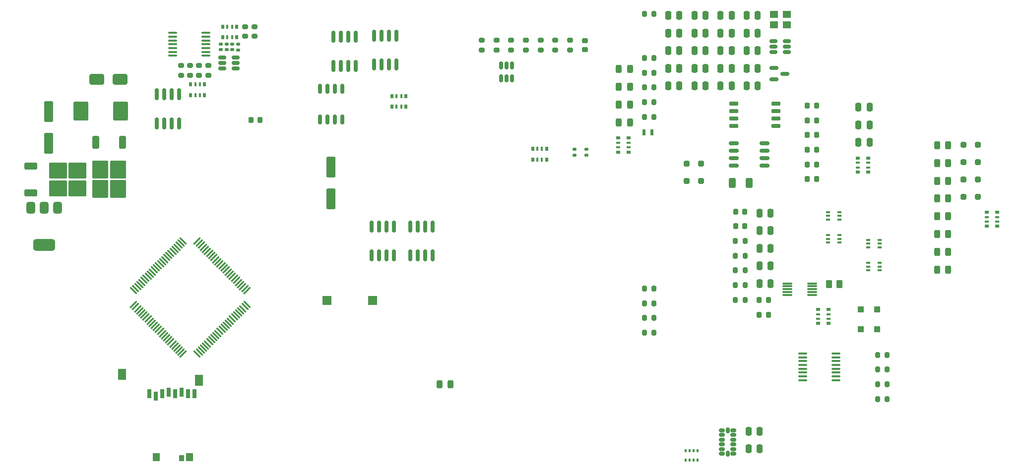
<source format=gbr>
%TF.GenerationSoftware,KiCad,Pcbnew,8.99.0-unknown-1.20241209git10cd458.fc40*%
%TF.CreationDate,2024-12-12T00:34:18-03:00*%
%TF.ProjectId,hw_v1,68775f76-312e-46b6-9963-61645f706362,rev?*%
%TF.SameCoordinates,Original*%
%TF.FileFunction,Paste,Top*%
%TF.FilePolarity,Positive*%
%FSLAX46Y46*%
G04 Gerber Fmt 4.6, Leading zero omitted, Abs format (unit mm)*
G04 Created by KiCad (PCBNEW 8.99.0-unknown-1.20241209git10cd458.fc40) date 2024-12-12 00:34:18*
%MOMM*%
%LPD*%
G01*
G04 APERTURE LIST*
G04 Aperture macros list*
%AMRoundRect*
0 Rectangle with rounded corners*
0 $1 Rounding radius*
0 $2 $3 $4 $5 $6 $7 $8 $9 X,Y pos of 4 corners*
0 Add a 4 corners polygon primitive as box body*
4,1,4,$2,$3,$4,$5,$6,$7,$8,$9,$2,$3,0*
0 Add four circle primitives for the rounded corners*
1,1,$1+$1,$2,$3*
1,1,$1+$1,$4,$5*
1,1,$1+$1,$6,$7*
1,1,$1+$1,$8,$9*
0 Add four rect primitives between the rounded corners*
20,1,$1+$1,$2,$3,$4,$5,0*
20,1,$1+$1,$4,$5,$6,$7,0*
20,1,$1+$1,$6,$7,$8,$9,0*
20,1,$1+$1,$8,$9,$2,$3,0*%
G04 Aperture macros list end*
%ADD10RoundRect,0.150000X0.150000X-0.825000X0.150000X0.825000X-0.150000X0.825000X-0.150000X-0.825000X0*%
%ADD11RoundRect,0.250000X-1.000000X1.400000X-1.000000X-1.400000X1.000000X-1.400000X1.000000X1.400000X0*%
%ADD12RoundRect,0.250000X-0.250000X-0.250000X0.250000X-0.250000X0.250000X0.250000X-0.250000X0.250000X0*%
%ADD13RoundRect,0.087500X-0.725000X-0.087500X0.725000X-0.087500X0.725000X0.087500X-0.725000X0.087500X0*%
%ADD14RoundRect,0.243750X-0.243750X-0.456250X0.243750X-0.456250X0.243750X0.456250X-0.243750X0.456250X0*%
%ADD15RoundRect,0.200000X-0.200000X-0.275000X0.200000X-0.275000X0.200000X0.275000X-0.200000X0.275000X0*%
%ADD16RoundRect,0.140000X-0.170000X0.140000X-0.170000X-0.140000X0.170000X-0.140000X0.170000X0.140000X0*%
%ADD17RoundRect,0.250000X-0.250000X-0.475000X0.250000X-0.475000X0.250000X0.475000X-0.250000X0.475000X0*%
%ADD18RoundRect,0.225000X-0.225000X-0.250000X0.225000X-0.250000X0.225000X0.250000X-0.225000X0.250000X0*%
%ADD19R,0.800000X0.500000*%
%ADD20R,0.800000X0.400000*%
%ADD21RoundRect,0.150000X-0.587500X-0.150000X0.587500X-0.150000X0.587500X0.150000X-0.587500X0.150000X0*%
%ADD22R,0.500000X0.800000*%
%ADD23R,0.400000X0.800000*%
%ADD24RoundRect,0.150000X-0.150000X0.512500X-0.150000X-0.512500X0.150000X-0.512500X0.150000X0.512500X0*%
%ADD25RoundRect,0.250000X-0.850000X-0.350000X0.850000X-0.350000X0.850000X0.350000X-0.850000X0.350000X0*%
%ADD26RoundRect,0.250000X-1.275000X-1.125000X1.275000X-1.125000X1.275000X1.125000X-1.275000X1.125000X0*%
%ADD27RoundRect,0.100000X-0.637500X-0.100000X0.637500X-0.100000X0.637500X0.100000X-0.637500X0.100000X0*%
%ADD28RoundRect,0.200000X-0.275000X0.200000X-0.275000X-0.200000X0.275000X-0.200000X0.275000X0.200000X0*%
%ADD29RoundRect,0.375000X-0.375000X0.625000X-0.375000X-0.625000X0.375000X-0.625000X0.375000X0.625000X0*%
%ADD30RoundRect,0.500000X-1.400000X0.500000X-1.400000X-0.500000X1.400000X-0.500000X1.400000X0.500000X0*%
%ADD31RoundRect,0.200000X0.275000X-0.200000X0.275000X0.200000X-0.275000X0.200000X-0.275000X-0.200000X0*%
%ADD32RoundRect,0.218750X-0.218750X-0.256250X0.218750X-0.256250X0.218750X0.256250X-0.218750X0.256250X0*%
%ADD33RoundRect,0.150000X0.512500X0.150000X-0.512500X0.150000X-0.512500X-0.150000X0.512500X-0.150000X0*%
%ADD34RoundRect,0.250000X-0.300000X-0.300000X0.300000X-0.300000X0.300000X0.300000X-0.300000X0.300000X0*%
%ADD35RoundRect,0.150000X-0.675000X-0.150000X0.675000X-0.150000X0.675000X0.150000X-0.675000X0.150000X0*%
%ADD36RoundRect,0.150000X-0.650000X-0.150000X0.650000X-0.150000X0.650000X0.150000X-0.650000X0.150000X0*%
%ADD37R,0.600000X1.100000*%
%ADD38RoundRect,0.250000X-0.350000X0.850000X-0.350000X-0.850000X0.350000X-0.850000X0.350000X0.850000X0*%
%ADD39RoundRect,0.250000X-1.125000X1.275000X-1.125000X-1.275000X1.125000X-1.275000X1.125000X1.275000X0*%
%ADD40RoundRect,0.250000X-0.550000X1.500000X-0.550000X-1.500000X0.550000X-1.500000X0.550000X1.500000X0*%
%ADD41RoundRect,0.150000X-0.512500X-0.150000X0.512500X-0.150000X0.512500X0.150000X-0.512500X0.150000X0*%
%ADD42RoundRect,0.250000X-0.262500X-0.450000X0.262500X-0.450000X0.262500X0.450000X-0.262500X0.450000X0*%
%ADD43R,0.350000X0.500000*%
%ADD44RoundRect,0.100000X-0.225000X-0.100000X0.225000X-0.100000X0.225000X0.100000X-0.225000X0.100000X0*%
%ADD45RoundRect,0.225000X0.225000X0.250000X-0.225000X0.250000X-0.225000X-0.250000X0.225000X-0.250000X0*%
%ADD46RoundRect,0.250000X-1.000000X-0.650000X1.000000X-0.650000X1.000000X0.650000X-1.000000X0.650000X0*%
%ADD47RoundRect,0.150000X-0.325000X-0.150000X0.325000X-0.150000X0.325000X0.150000X-0.325000X0.150000X0*%
%ADD48RoundRect,0.150000X-0.150000X-0.325000X0.150000X-0.325000X0.150000X0.325000X-0.150000X0.325000X0*%
%ADD49RoundRect,0.225000X-0.250000X0.225000X-0.250000X-0.225000X0.250000X-0.225000X0.250000X0.225000X0*%
%ADD50RoundRect,0.075000X-0.565685X0.459619X0.459619X-0.565685X0.565685X-0.459619X-0.459619X0.565685X0*%
%ADD51RoundRect,0.075000X-0.565685X-0.459619X-0.459619X-0.565685X0.565685X0.459619X0.459619X0.565685X0*%
%ADD52RoundRect,0.150000X0.150000X-0.675000X0.150000X0.675000X-0.150000X0.675000X-0.150000X-0.675000X0*%
%ADD53R,0.800000X1.500000*%
%ADD54R,1.300000X1.400000*%
%ADD55R,1.400000X1.900000*%
%ADD56R,0.950000X1.000000*%
%ADD57R,1.400000X1.200000*%
%ADD58RoundRect,0.250000X-0.312500X-0.625000X0.312500X-0.625000X0.312500X0.625000X-0.312500X0.625000X0*%
%ADD59RoundRect,0.250000X0.550000X-1.500000X0.550000X1.500000X-0.550000X1.500000X-0.550000X-1.500000X0*%
%ADD60R,1.500000X1.500000*%
G04 APERTURE END LIST*
D10*
%TO.C,U2*%
X129463029Y-65465554D03*
X130733029Y-65465554D03*
X132003029Y-65465554D03*
X133273029Y-65465554D03*
X133273029Y-70415554D03*
X132003029Y-70415554D03*
X130733029Y-70415554D03*
X129463029Y-70415554D03*
%TD*%
D11*
%TO.C,D37*%
X86325000Y-78175000D03*
X93125000Y-78175000D03*
%TD*%
D12*
%TO.C,D19*%
X189705000Y-90075000D03*
X192205000Y-90075000D03*
%TD*%
D13*
%TO.C,U1*%
X206917500Y-107575000D03*
X206917500Y-108075000D03*
X206917500Y-108575000D03*
X206917500Y-109075000D03*
X206917500Y-109575000D03*
X211142500Y-109575000D03*
X211142500Y-109075000D03*
X211142500Y-108575000D03*
X211142500Y-108075000D03*
X211142500Y-107575000D03*
%TD*%
D14*
%TO.C,D24*%
X178182500Y-73980000D03*
X180057500Y-73980000D03*
%TD*%
D15*
%TO.C,R42*%
X182505000Y-74105000D03*
X184155000Y-74105000D03*
%TD*%
D16*
%TO.C,C64*%
X172615000Y-84692500D03*
X172615000Y-85652500D03*
%TD*%
D17*
%TO.C,C33*%
X191060000Y-64815000D03*
X192960000Y-64815000D03*
%TD*%
D14*
%TO.C,D23*%
X178182500Y-70940000D03*
X180057500Y-70940000D03*
%TD*%
D18*
%TO.C,C3*%
X198095000Y-95305000D03*
X199645000Y-95305000D03*
%TD*%
D19*
%TO.C,RN2*%
X240950000Y-95425000D03*
D20*
X240950000Y-96225000D03*
X240950000Y-97025000D03*
D19*
X240950000Y-97825000D03*
X242750000Y-97825000D03*
D20*
X242750000Y-97025000D03*
X242750000Y-96225000D03*
D19*
X242750000Y-95425000D03*
%TD*%
D21*
%TO.C,U16*%
X204642500Y-70820000D03*
X204642500Y-72720000D03*
X206517500Y-71770000D03*
%TD*%
D14*
%TO.C,D7*%
X232482500Y-96130000D03*
X234357500Y-96130000D03*
%TD*%
D16*
%TO.C,C66*%
X170645000Y-84692500D03*
X170645000Y-85652500D03*
%TD*%
D14*
%TO.C,D25*%
X178182500Y-77020000D03*
X180057500Y-77020000D03*
%TD*%
D17*
%TO.C,C34*%
X191060000Y-67825000D03*
X192960000Y-67825000D03*
%TD*%
D16*
%TO.C,C19*%
X113177885Y-66732868D03*
X113177885Y-67692868D03*
%TD*%
D10*
%TO.C,U3*%
X136420000Y-70225000D03*
X137690000Y-70225000D03*
X138960000Y-70225000D03*
X140230000Y-70225000D03*
X140230000Y-65275000D03*
X138960000Y-65275000D03*
X137690000Y-65275000D03*
X136420000Y-65275000D03*
%TD*%
D14*
%TO.C,D4*%
X232482500Y-90050000D03*
X234357500Y-90050000D03*
%TD*%
D17*
%TO.C,C46*%
X199960000Y-73845000D03*
X201860000Y-73845000D03*
%TD*%
D12*
%TO.C,D18*%
X189705000Y-87125000D03*
X192205000Y-87125000D03*
%TD*%
D22*
%TO.C,RN4*%
X112948793Y-63720123D03*
D23*
X112148793Y-63720123D03*
X111348793Y-63720123D03*
D22*
X110548793Y-63720123D03*
X110548793Y-65520123D03*
D23*
X111348793Y-65520123D03*
X112148793Y-65520123D03*
D22*
X112948793Y-65520123D03*
%TD*%
D14*
%TO.C,D9*%
X232482500Y-99170000D03*
X234357500Y-99170000D03*
%TD*%
D24*
%TO.C,D16*%
X159950000Y-70325000D03*
X159000000Y-70325000D03*
X158050000Y-70325000D03*
X158050000Y-72600000D03*
X159000000Y-72600000D03*
X159950000Y-72600000D03*
%TD*%
D17*
%TO.C,C39*%
X195510000Y-67825000D03*
X197410000Y-67825000D03*
%TD*%
D14*
%TO.C,D1*%
X232482500Y-83970000D03*
X234357500Y-83970000D03*
%TD*%
D12*
%TO.C,D11*%
X236945000Y-92775000D03*
X239445000Y-92775000D03*
%TD*%
D15*
%TO.C,R38*%
X182505000Y-71595000D03*
X184155000Y-71595000D03*
%TD*%
D17*
%TO.C,C5*%
X202150000Y-101575000D03*
X204050000Y-101575000D03*
%TD*%
%TO.C,C26*%
X186610000Y-64815000D03*
X188510000Y-64815000D03*
%TD*%
D15*
%TO.C,R3*%
X198045000Y-105345000D03*
X199695000Y-105345000D03*
%TD*%
D25*
%TO.C,U19*%
X77825000Y-87520000D03*
D26*
X82450000Y-88275000D03*
X82450000Y-91325000D03*
X85800000Y-88275000D03*
X85800000Y-91325000D03*
D25*
X77825000Y-92080000D03*
%TD*%
D17*
%TO.C,C30*%
X186610000Y-70835000D03*
X188510000Y-70835000D03*
%TD*%
D15*
%TO.C,R5*%
X182505000Y-108465000D03*
X184155000Y-108465000D03*
%TD*%
D27*
%TO.C,U5*%
X209537500Y-119535000D03*
X209537500Y-120185000D03*
X209537500Y-120835000D03*
X209537500Y-121485000D03*
X209537500Y-122135000D03*
X209537500Y-122785000D03*
X209537500Y-123435000D03*
X209537500Y-124085000D03*
X215262500Y-124085000D03*
X215262500Y-123435000D03*
X215262500Y-122785000D03*
X215262500Y-122135000D03*
X215262500Y-121485000D03*
X215262500Y-120835000D03*
X215262500Y-120185000D03*
X215262500Y-119535000D03*
%TD*%
D17*
%TO.C,C49*%
X219055000Y-83495000D03*
X220955000Y-83495000D03*
%TD*%
%TO.C,C32*%
X191060000Y-61805000D03*
X192960000Y-61805000D03*
%TD*%
D18*
%TO.C,C54*%
X210350000Y-89775000D03*
X211900000Y-89775000D03*
%TD*%
D19*
%TO.C,RN5*%
X212150000Y-112025000D03*
D20*
X212150000Y-112825000D03*
X212150000Y-113625000D03*
D19*
X212150000Y-114425000D03*
X213950000Y-114425000D03*
D20*
X213950000Y-113625000D03*
X213950000Y-112825000D03*
D19*
X213950000Y-112025000D03*
%TD*%
D28*
%TO.C,R102*%
X162305000Y-66057500D03*
X162305000Y-67707500D03*
%TD*%
D17*
%TO.C,C35*%
X191060000Y-70835000D03*
X192960000Y-70835000D03*
%TD*%
D15*
%TO.C,R27*%
X182505000Y-61555000D03*
X184155000Y-61555000D03*
%TD*%
%TO.C,R58*%
X222300000Y-127300000D03*
X223950000Y-127300000D03*
%TD*%
D29*
%TO.C,U8*%
X82387500Y-94675000D03*
X80087500Y-94675000D03*
D30*
X80087500Y-100975000D03*
D29*
X77787500Y-94675000D03*
%TD*%
D31*
%TO.C,R81*%
X106550000Y-72025000D03*
X106550000Y-70375000D03*
%TD*%
D18*
%TO.C,C53*%
X210350000Y-87265000D03*
X211900000Y-87265000D03*
%TD*%
D31*
%TO.C,R79*%
X103450000Y-72025000D03*
X103450000Y-70375000D03*
%TD*%
D32*
%TO.C,D15*%
X202132500Y-112985000D03*
X203707500Y-112985000D03*
%TD*%
D18*
%TO.C,C4*%
X198095000Y-97815000D03*
X199645000Y-97815000D03*
%TD*%
D33*
%TO.C,D14*%
X112750000Y-70900000D03*
X112750000Y-69950000D03*
X112750000Y-69000000D03*
X110475000Y-69000000D03*
X110475000Y-69950000D03*
X110475000Y-70900000D03*
%TD*%
D10*
%TO.C,U12*%
X136015000Y-102800000D03*
X137285000Y-102800000D03*
X138555000Y-102800000D03*
X139825000Y-102800000D03*
X139825000Y-97850000D03*
X138555000Y-97850000D03*
X137285000Y-97850000D03*
X136015000Y-97850000D03*
%TD*%
D28*
%TO.C,R99*%
X169835000Y-66057500D03*
X169835000Y-67707500D03*
%TD*%
D17*
%TO.C,C45*%
X199960000Y-70835000D03*
X201860000Y-70835000D03*
%TD*%
D14*
%TO.C,D2*%
X232482500Y-87010000D03*
X234357500Y-87010000D03*
%TD*%
D17*
%TO.C,C44*%
X199960000Y-67825000D03*
X201860000Y-67825000D03*
%TD*%
D15*
%TO.C,R2*%
X198045000Y-102835000D03*
X199695000Y-102835000D03*
%TD*%
D28*
%TO.C,R101*%
X164815000Y-66057500D03*
X164815000Y-67707500D03*
%TD*%
D34*
%TO.C,D30*%
X219470000Y-115390000D03*
X222270000Y-115390000D03*
%TD*%
D18*
%TO.C,C52*%
X210350000Y-84755000D03*
X211900000Y-84755000D03*
%TD*%
D17*
%TO.C,C43*%
X199960000Y-64815000D03*
X201860000Y-64815000D03*
%TD*%
%TO.C,C7*%
X202150000Y-104585000D03*
X204050000Y-104585000D03*
%TD*%
D19*
%TO.C,RN7*%
X218955000Y-86175000D03*
D20*
X218955000Y-86975000D03*
X218955000Y-87775000D03*
D19*
X218955000Y-88575000D03*
X220755000Y-88575000D03*
D20*
X220755000Y-87775000D03*
X220755000Y-86975000D03*
D19*
X220755000Y-86175000D03*
%TD*%
D17*
%TO.C,C8*%
X202150000Y-107595000D03*
X204050000Y-107595000D03*
%TD*%
D14*
%TO.C,D26*%
X178182500Y-80060000D03*
X180057500Y-80060000D03*
%TD*%
D35*
%TO.C,U14*%
X197785000Y-83630000D03*
X197785000Y-84900000D03*
X197785000Y-86170000D03*
X197785000Y-87440000D03*
X203035000Y-87440000D03*
X203035000Y-86170000D03*
X203035000Y-84900000D03*
X203035000Y-83630000D03*
%TD*%
D36*
%TO.C,U15*%
X197760000Y-76860000D03*
X197760000Y-78130000D03*
X197760000Y-79400000D03*
X197760000Y-80670000D03*
X204960000Y-80670000D03*
X204960000Y-79400000D03*
X204960000Y-78130000D03*
X204960000Y-76860000D03*
%TD*%
D17*
%TO.C,C40*%
X195510000Y-70835000D03*
X197410000Y-70835000D03*
%TD*%
D10*
%TO.C,U20*%
X142595000Y-102800000D03*
X143865000Y-102800000D03*
X145135000Y-102800000D03*
X146405000Y-102800000D03*
X146405000Y-97850000D03*
X145135000Y-97850000D03*
X143865000Y-97850000D03*
X142595000Y-97850000D03*
%TD*%
D12*
%TO.C,D8*%
X236945000Y-89825000D03*
X239445000Y-89825000D03*
%TD*%
D37*
%TO.C,Y1*%
X182450000Y-81805000D03*
X183850000Y-81805000D03*
%TD*%
D15*
%TO.C,R11*%
X198045000Y-110365000D03*
X199695000Y-110365000D03*
%TD*%
D12*
%TO.C,D3*%
X236945000Y-83925000D03*
X239445000Y-83925000D03*
%TD*%
D17*
%TO.C,C2*%
X202150000Y-98565000D03*
X204050000Y-98565000D03*
%TD*%
%TO.C,C37*%
X195510000Y-61805000D03*
X197410000Y-61805000D03*
%TD*%
D38*
%TO.C,U11*%
X93480000Y-83500000D03*
D39*
X92725000Y-88125000D03*
X89675000Y-88125000D03*
X92725000Y-91475000D03*
X89675000Y-91475000D03*
D38*
X88920000Y-83500000D03*
%TD*%
D15*
%TO.C,R43*%
X182505000Y-76615000D03*
X184155000Y-76615000D03*
%TD*%
D10*
%TO.C,U18*%
X99345000Y-80225000D03*
X100615000Y-80225000D03*
X101885000Y-80225000D03*
X103155000Y-80225000D03*
X103155000Y-75275000D03*
X101885000Y-75275000D03*
X100615000Y-75275000D03*
X99345000Y-75275000D03*
%TD*%
D17*
%TO.C,C31*%
X186610000Y-73845000D03*
X188510000Y-73845000D03*
%TD*%
D31*
%TO.C,R82*%
X108100000Y-72025000D03*
X108100000Y-70375000D03*
%TD*%
D15*
%TO.C,R55*%
X222300000Y-119770000D03*
X223950000Y-119770000D03*
%TD*%
%TO.C,R44*%
X182505000Y-79125000D03*
X184155000Y-79125000D03*
%TD*%
D40*
%TO.C,C69*%
X80875000Y-78225000D03*
X80875000Y-83625000D03*
%TD*%
D17*
%TO.C,C29*%
X186610000Y-67825000D03*
X188510000Y-67825000D03*
%TD*%
%TO.C,C38*%
X195510000Y-64815000D03*
X197410000Y-64815000D03*
%TD*%
%TO.C,C36*%
X191060000Y-73845000D03*
X192960000Y-73845000D03*
%TD*%
%TO.C,C1*%
X202150000Y-95555000D03*
X204050000Y-95555000D03*
%TD*%
D41*
%TO.C,U17*%
X204572500Y-66200000D03*
X204572500Y-67150000D03*
X204572500Y-68100000D03*
X206847500Y-68100000D03*
X206847500Y-67150000D03*
X206847500Y-66200000D03*
%TD*%
D42*
%TO.C,R7*%
X214027500Y-107725000D03*
X215852500Y-107725000D03*
%TD*%
D43*
%TO.C,U10*%
X189615000Y-136180000D03*
X190265000Y-136180000D03*
X190915000Y-136180000D03*
X191565000Y-136180000D03*
X191565000Y-137780000D03*
X190915000Y-137780000D03*
X190265000Y-137780000D03*
X189615000Y-137780000D03*
%TD*%
D15*
%TO.C,R9*%
X182505000Y-115995000D03*
X184155000Y-115995000D03*
%TD*%
D28*
%TO.C,R100*%
X167325000Y-66057500D03*
X167325000Y-67707500D03*
%TD*%
%TO.C,R75*%
X115975000Y-63725000D03*
X115975000Y-65375000D03*
%TD*%
D18*
%TO.C,C48*%
X210350000Y-79735000D03*
X211900000Y-79735000D03*
%TD*%
D22*
%TO.C,RN6*%
X165855000Y-84612500D03*
D23*
X165055000Y-84612500D03*
X164255000Y-84612500D03*
D22*
X163455000Y-84612500D03*
X163455000Y-86412500D03*
D23*
X164255000Y-86412500D03*
X165055000Y-86412500D03*
D22*
X165855000Y-86412500D03*
%TD*%
D32*
%TO.C,D13*%
X202132500Y-110395000D03*
X203707500Y-110395000D03*
%TD*%
D14*
%TO.C,D22*%
X147600000Y-124800000D03*
X149475000Y-124800000D03*
%TD*%
D44*
%TO.C,U26*%
X220745000Y-104055000D03*
X220745000Y-104705000D03*
X220745000Y-105355000D03*
X222645000Y-105355000D03*
X222645000Y-104705000D03*
X222645000Y-104055000D03*
%TD*%
D14*
%TO.C,D12*%
X232482500Y-105250000D03*
X234357500Y-105250000D03*
%TD*%
D45*
%TO.C,C63*%
X116925000Y-79650000D03*
X115375000Y-79650000D03*
%TD*%
D44*
%TO.C,U25*%
X220745000Y-100130000D03*
X220745000Y-100780000D03*
X220745000Y-101430000D03*
X222645000Y-101430000D03*
X222645000Y-100780000D03*
X222645000Y-100130000D03*
%TD*%
D16*
%TO.C,C58*%
X111231997Y-66726965D03*
X111231997Y-67686965D03*
%TD*%
D15*
%TO.C,R37*%
X182505000Y-69085000D03*
X184155000Y-69085000D03*
%TD*%
D12*
%TO.C,D6*%
X236945000Y-86875000D03*
X239445000Y-86875000D03*
%TD*%
D28*
%TO.C,R106*%
X157285000Y-66057500D03*
X157285000Y-67707500D03*
%TD*%
D44*
%TO.C,U9*%
X213900000Y-99325000D03*
X213900000Y-99975000D03*
X213900000Y-100625000D03*
X215800000Y-100625000D03*
X215800000Y-99975000D03*
X215800000Y-99325000D03*
%TD*%
D46*
%TO.C,D17*%
X89075000Y-72700000D03*
X93075000Y-72700000D03*
%TD*%
D44*
%TO.C,U7*%
X213900000Y-95400000D03*
X213900000Y-96050000D03*
X213900000Y-96700000D03*
X215800000Y-96700000D03*
X215800000Y-96050000D03*
X215800000Y-95400000D03*
%TD*%
D17*
%TO.C,C42*%
X199960000Y-61805000D03*
X201860000Y-61805000D03*
%TD*%
D15*
%TO.C,R8*%
X182505000Y-113485000D03*
X184155000Y-113485000D03*
%TD*%
D17*
%TO.C,C9*%
X219055000Y-77475000D03*
X220955000Y-77475000D03*
%TD*%
%TO.C,C50*%
X200285000Y-135815000D03*
X202185000Y-135815000D03*
%TD*%
D22*
%TO.C,RN8*%
X107482024Y-73596556D03*
D23*
X106682024Y-73596556D03*
X105882024Y-73596556D03*
D22*
X105082024Y-73596556D03*
X105082024Y-75396556D03*
D23*
X105882024Y-75396556D03*
X106682024Y-75396556D03*
D22*
X107482024Y-75396556D03*
%TD*%
D16*
%TO.C,C60*%
X110235736Y-66726965D03*
X110235736Y-67686965D03*
%TD*%
D15*
%TO.C,R4*%
X198045000Y-107855000D03*
X199695000Y-107855000D03*
%TD*%
D34*
%TO.C,D29*%
X219470000Y-112040000D03*
X222270000Y-112040000D03*
%TD*%
D17*
%TO.C,C47*%
X200285000Y-132805000D03*
X202185000Y-132805000D03*
%TD*%
D31*
%TO.C,R80*%
X105000000Y-72025000D03*
X105000000Y-70375000D03*
%TD*%
D47*
%TO.C,U21*%
X195740000Y-132660000D03*
X195740000Y-133460000D03*
X195740000Y-134260000D03*
X195740000Y-135060000D03*
X195740000Y-135860000D03*
X195740000Y-136660000D03*
D48*
X196740000Y-136660000D03*
D47*
X197740000Y-136660000D03*
X197740000Y-135860000D03*
X197740000Y-135060000D03*
X197740000Y-134260000D03*
X197740000Y-133460000D03*
X197740000Y-132660000D03*
D48*
X196740000Y-132660000D03*
%TD*%
D17*
%TO.C,C6*%
X186610000Y-61805000D03*
X188510000Y-61805000D03*
%TD*%
D49*
%TO.C,C68*%
X172345000Y-66107500D03*
X172345000Y-67657500D03*
%TD*%
D27*
%TO.C,U23*%
X102010736Y-64806965D03*
X102010736Y-65456965D03*
X102010736Y-66106965D03*
X102010736Y-66756965D03*
X102010736Y-67406965D03*
X102010736Y-68056965D03*
X102010736Y-68706965D03*
X107735736Y-68706965D03*
X107735736Y-68056965D03*
X107735736Y-67406965D03*
X107735736Y-66756965D03*
X107735736Y-66106965D03*
X107735736Y-65456965D03*
X107735736Y-64806965D03*
%TD*%
D50*
%TO.C,U13*%
X103847862Y-100330315D03*
X103494309Y-100683868D03*
X103140755Y-101037422D03*
X102787202Y-101390975D03*
X102433649Y-101744528D03*
X102080095Y-102098082D03*
X101726542Y-102451635D03*
X101372988Y-102805189D03*
X101019435Y-103158742D03*
X100665882Y-103512295D03*
X100312328Y-103865849D03*
X99958775Y-104219402D03*
X99605221Y-104572955D03*
X99251668Y-104926509D03*
X98898115Y-105280062D03*
X98544561Y-105633616D03*
X98191008Y-105987169D03*
X97837455Y-106340722D03*
X97483901Y-106694276D03*
X97130348Y-107047829D03*
X96776794Y-107401383D03*
X96423241Y-107754936D03*
X96069688Y-108108489D03*
X95716134Y-108462043D03*
X95362581Y-108815596D03*
D51*
X95362581Y-111184404D03*
X95716134Y-111537957D03*
X96069688Y-111891511D03*
X96423241Y-112245064D03*
X96776794Y-112598617D03*
X97130348Y-112952171D03*
X97483901Y-113305724D03*
X97837455Y-113659278D03*
X98191008Y-114012831D03*
X98544561Y-114366384D03*
X98898115Y-114719938D03*
X99251668Y-115073491D03*
X99605221Y-115427045D03*
X99958775Y-115780598D03*
X100312328Y-116134151D03*
X100665882Y-116487705D03*
X101019435Y-116841258D03*
X101372988Y-117194811D03*
X101726542Y-117548365D03*
X102080095Y-117901918D03*
X102433649Y-118255472D03*
X102787202Y-118609025D03*
X103140755Y-118962578D03*
X103494309Y-119316132D03*
X103847862Y-119669685D03*
D50*
X106216670Y-119669685D03*
X106570223Y-119316132D03*
X106923777Y-118962578D03*
X107277330Y-118609025D03*
X107630883Y-118255472D03*
X107984437Y-117901918D03*
X108337990Y-117548365D03*
X108691544Y-117194811D03*
X109045097Y-116841258D03*
X109398650Y-116487705D03*
X109752204Y-116134151D03*
X110105757Y-115780598D03*
X110459311Y-115427045D03*
X110812864Y-115073491D03*
X111166417Y-114719938D03*
X111519971Y-114366384D03*
X111873524Y-114012831D03*
X112227077Y-113659278D03*
X112580631Y-113305724D03*
X112934184Y-112952171D03*
X113287738Y-112598617D03*
X113641291Y-112245064D03*
X113994844Y-111891511D03*
X114348398Y-111537957D03*
X114701951Y-111184404D03*
D51*
X114701951Y-108815596D03*
X114348398Y-108462043D03*
X113994844Y-108108489D03*
X113641291Y-107754936D03*
X113287738Y-107401383D03*
X112934184Y-107047829D03*
X112580631Y-106694276D03*
X112227077Y-106340722D03*
X111873524Y-105987169D03*
X111519971Y-105633616D03*
X111166417Y-105280062D03*
X110812864Y-104926509D03*
X110459311Y-104572955D03*
X110105757Y-104219402D03*
X109752204Y-103865849D03*
X109398650Y-103512295D03*
X109045097Y-103158742D03*
X108691544Y-102805189D03*
X108337990Y-102451635D03*
X107984437Y-102098082D03*
X107630883Y-101744528D03*
X107277330Y-101390975D03*
X106923777Y-101037422D03*
X106570223Y-100683868D03*
X106216670Y-100330315D03*
%TD*%
D17*
%TO.C,C14*%
X219055000Y-80485000D03*
X220955000Y-80485000D03*
%TD*%
D15*
%TO.C,R56*%
X222300000Y-122280000D03*
X223950000Y-122280000D03*
%TD*%
%TO.C,R1*%
X198045000Y-100325000D03*
X199695000Y-100325000D03*
%TD*%
D28*
%TO.C,R108*%
X154775000Y-66057500D03*
X154775000Y-67707500D03*
%TD*%
D52*
%TO.C,U6*%
X127200000Y-79600000D03*
X128470000Y-79600000D03*
X129740000Y-79600000D03*
X131010000Y-79600000D03*
X131010000Y-74350000D03*
X129740000Y-74350000D03*
X128470000Y-74350000D03*
X127200000Y-74350000D03*
%TD*%
D53*
%TO.C,J16*%
X98032266Y-126395713D03*
X99132266Y-126795713D03*
X100232266Y-126395713D03*
X101332266Y-126195713D03*
X102432266Y-126395713D03*
X103532266Y-126195713D03*
X104632266Y-126395713D03*
X105732266Y-126395713D03*
D54*
X104922266Y-137255713D03*
X99222266Y-137255713D03*
D55*
X106522266Y-124105713D03*
X93372266Y-123105713D03*
D56*
X103532266Y-137455713D03*
%TD*%
D15*
%TO.C,R6*%
X182505000Y-110975000D03*
X184155000Y-110975000D03*
%TD*%
%TO.C,R57*%
X222300000Y-124790000D03*
X223950000Y-124790000D03*
%TD*%
D57*
%TO.C,Y2*%
X204660000Y-63375000D03*
X206860000Y-63375000D03*
X206860000Y-61675000D03*
X204660000Y-61675000D03*
%TD*%
D58*
%TO.C,R31*%
X197527500Y-90405000D03*
X200452500Y-90405000D03*
%TD*%
D28*
%TO.C,R16*%
X114425000Y-63725000D03*
X114425000Y-65375000D03*
%TD*%
D59*
%TO.C,C10*%
X129000000Y-93100000D03*
X129000000Y-87700000D03*
%TD*%
D14*
%TO.C,D5*%
X232482500Y-93090000D03*
X234357500Y-93090000D03*
%TD*%
D22*
%TO.C,RN1*%
X141825000Y-75575000D03*
D23*
X141025000Y-75575000D03*
X140225000Y-75575000D03*
D22*
X139425000Y-75575000D03*
X139425000Y-77375000D03*
D23*
X140225000Y-77375000D03*
X141025000Y-77375000D03*
D22*
X141825000Y-77375000D03*
%TD*%
D19*
%TO.C,RN3*%
X178050000Y-82755000D03*
D20*
X178050000Y-83555000D03*
X178050000Y-84355000D03*
D19*
X178050000Y-85155000D03*
X179850000Y-85155000D03*
D20*
X179850000Y-84355000D03*
X179850000Y-83555000D03*
D19*
X179850000Y-82755000D03*
%TD*%
D16*
%TO.C,C25*%
X112210074Y-66726965D03*
X112210074Y-67686965D03*
%TD*%
D18*
%TO.C,C51*%
X210350000Y-82245000D03*
X211900000Y-82245000D03*
%TD*%
D17*
%TO.C,C41*%
X195510000Y-73845000D03*
X197410000Y-73845000D03*
%TD*%
D18*
%TO.C,C15*%
X210350000Y-77225000D03*
X211900000Y-77225000D03*
%TD*%
D28*
%TO.C,R104*%
X159795000Y-66057500D03*
X159795000Y-67707500D03*
%TD*%
D14*
%TO.C,D10*%
X232482500Y-102210000D03*
X234357500Y-102210000D03*
%TD*%
D60*
%TO.C,SW1*%
X128325000Y-110525000D03*
X136125000Y-110525000D03*
%TD*%
M02*

</source>
